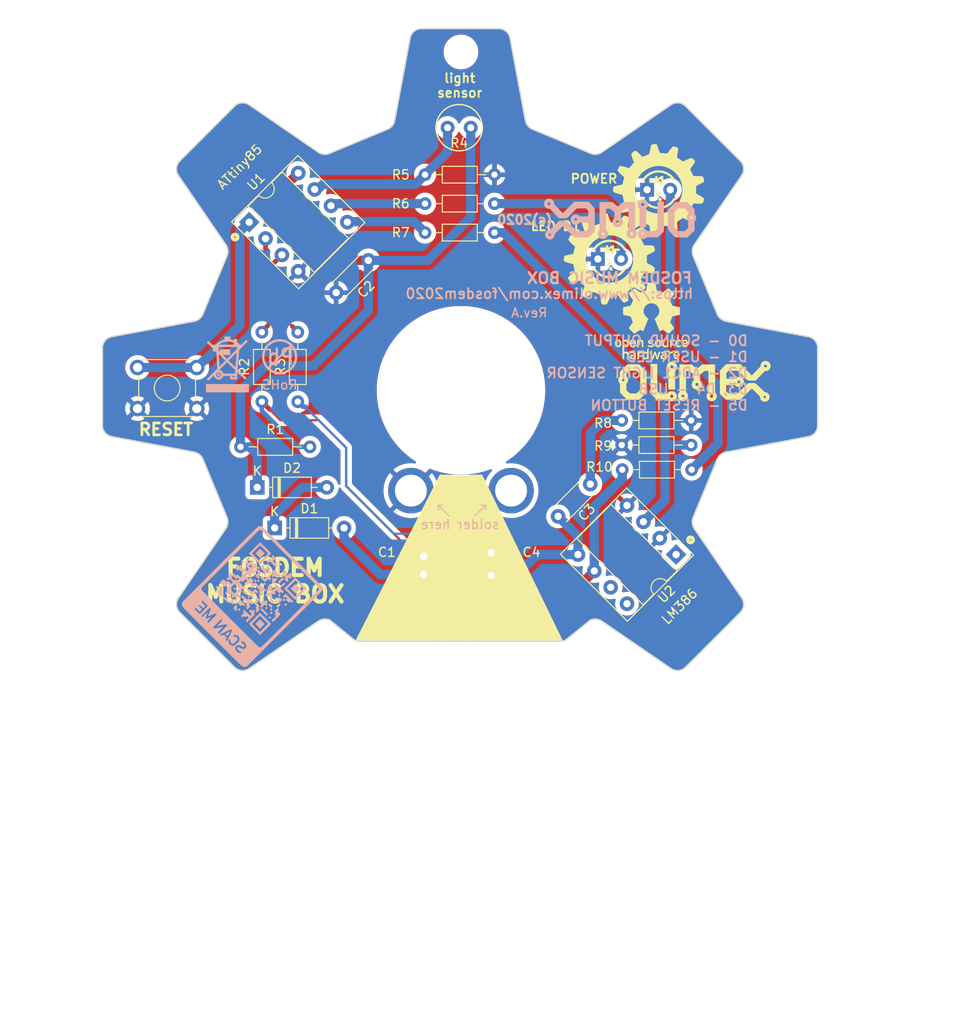
<source format=kicad_pcb>
(kicad_pcb (version 20221018) (generator pcbnew)
  (layers (0 "F.Cu" signal) (31 "B.Cu" signal) (34 "B.Paste" user) (35 "F.Paste" user) (36 "B.SilkS" user "B.Silkscreen") (37 "F.SilkS" user "F.Silkscreen") (38 "B.Mask" user) (39 "F.Mask" user) (44 "Edge.Cuts" user))
  (net 0 "")
  (net 1 "GND")
  (net 2 "Net-(C1-Pad1)")
  (net 3 "Net-(C2-Pad2)")
  (net 4 "Net-(C2-Pad1)")
  (net 5 "Net-(C3-Pad2)")
  (net 6 "Net-(C4-Pad1)")
  (net 7 "Net-(D1-Pad1)")
  (net 8 "Net-(LED1-Pad1)")
  (net 9 "Net-(R1-Pad2)")
  (net 10 "Net-(R2-Pad2)")
  (net 11 "Net-(R3-Pad2)")
  (net 12 "Net-(R3-Pad1)")
  (net 13 "Net-(R4-Pad1)")
  (net 14 "Net-(R5-Pad2)")
  (net 15 "Net-(R7-Pad2)")
  (net 16 "Net-(R7-Pad1)")
  (net 17 "Net-(SW1-Pad2)")
  (net 18 "Net-(U1-Pad8)")
  (net 19 "Net-(U1-Pad7)")
  (net 20 "Net-(U1-Pad1)")
  (net 21 "Net-(LED2-Pad1)")
  (footprint "OLIMEX_LOGOs-FP:LOGO_FOSDEM_10x10" (layer "F.Cu") (at 206.3 55.6)
    (fp_text reference "G***" hide)
    (fp_text value "LOGO" hide)
  )
  (footprint "OLIMEX_LOGOs-FP:LOGO_OPENHARDWARE_100" (layer "F.Cu") (at 193.04 86.6)
    (fp_text reference "G***" hide)
    (fp_text value "LOGO" hide)
  )
  (footprint "OLIMEX_LOGOs-FP:LOGO_OPENHARDWARE_8" (layer "F.Cu") (at 210.9 62.4)
    (fp_text reference "G***" hide)
    (fp_text value "LOGO" hide)
  )
  (footprint "OLIMEX_Cases-FP:LOGO_OPENHARDWARE_100" (layer "F.Cu") (at 189.9 69.6)
    (fp_text reference "G***" hide)
    (fp_text value "LOGO" hide)
    (fp_line (start -39.25 4.25) (end -39.25 -4.25) (stroke (width 0.15)) (layer "Edge.Cuts"))
    (fp_line (start -38.244933 -5.475768) (end -29.18413 -7.168789) (stroke (width 0.15)) (layer "Edge.Cuts"))
    (fp_line (start -38.244933 5.475768) (end -29.183786 7.168857) (stroke (width 0.15)) (layer "Edge.Cuts"))
    (fp_line (start -30.915204 -23.171299) (end -25.7052 -15.566906) (stroke (width 0.15)) (layer "Edge.Cuts"))
    (fp_line (start -30.915204 23.171299) (end -25.705396 15.567197) (stroke (width 0.15)) (layer "Edge.Cuts"))
    (fp_line (start -30.759145 -24.748737) (end -24.748737 -30.759145) (stroke (width 0.15)) (layer "Edge.Cuts"))
    (fp_line (start -28.2 8) (end -25.597265 14.283557) (stroke (width 0.15)) (layer "Edge.Cuts"))
    (fp_line (start -25.597265 -14.283557) (end -28.2 -8) (stroke (width 0.15)) (layer "Edge.Cuts"))
    (fp_line (start -24.748737 30.759145) (end -30.759145 24.748737) (stroke (width 0.15)) (layer "Edge.Cuts"))
    (fp_line (start -23.171299 -30.915204) (end -15.567197 -25.705396) (stroke (width 0.15)) (layer "Edge.Cuts"))
    (fp_line (start -23.171299 30.915204) (end -15.566906 25.7052) (stroke (width 0.15)) (layer "Edge.Cuts"))
    (fp_line (start -14.283557 -25.597265) (end -8 -28.2) (stroke (width 0.15)) (layer "Edge.Cuts"))
    (fp_line (start -11.584022 27.784577) (end -14.283557 25.597265) (stroke (width 0.15)) (layer "Edge.Cuts"))
    (fp_line (start -11 27.9) (end 11 27.9) (stroke (width 0.15)) (layer "Edge.Cuts"))
    (fp_line (start -5.475768 -38.244933) (end -7.168857 -29.183786) (stroke (width 0.15)) (layer "Edge.Cuts"))
    (fp_line (start -4.25 -39.25) (end 4.25 -39.25) (stroke (width 0.15)) (layer "Edge.Cuts"))
    (fp_line (start 5.475768 -38.244933) (end 7.168789 -29.18413) (stroke (width 0.15)) (layer "Edge.Cuts"))
    (fp_line (start 8 -28.2) (end 14.283557 -25.597265) (stroke (width 0.15)) (layer "Edge.Cuts"))
    (fp_line (start 14.283557 25.597265) (end 11.584022 27.784577) (stroke (width 0.15)) (layer "Edge.Cuts"))
    (fp_line (start 23.171299 -30.915204) (end 15.566906 -25.7052) (stroke (width 0.15)) (layer "Edge.Cuts"))
    (fp_line (start 23.171299 30.915204) (end 15.567197 25.705396) (stroke (width 0.15)) (layer "Edge.Cuts"))
    (fp_line (start 24.748737 -30.759145) (end 30.759145 -24.748737) (stroke (width 0.15)) (layer "Edge.Cuts"))
    (fp_line (start 25.597265 -14.283557) (end 28.2 -8) (stroke (width 0.15)) (layer "Edge.Cuts"))
    (fp_line (start 25.597265 14.283557) (end 28.2 8) (stroke (width 0.15)) (layer "Edge.Cuts"))
    (fp_line (start 30.759145 24.748737) (end 24.748737 30.759145) (stroke (width 0.15)) (layer "Edge.Cuts"))
    (fp_line (start 30.915204 -23.171299) (end 25.705396 -15.567197) (stroke (width 0.15)) (layer "Edge.Cuts"))
    (fp_line (start 30.915204 23.171299) (end 25.7052 15.566906) (stroke (width 0.15)) (layer "Edge.Cuts"))
    (fp_line (start 38.244933 -5.475768) (end 29.183786 -7.168857) (stroke (width 0.15)) (layer "Edge.Cuts"))
    (fp_line (start 38.244933 5.475768) (end 29.18413 7.168789) (stroke (width 0.15)) (layer "Edge.Cuts"))
    (fp_line (start 39.25 -4.25) (end 39.25 4.25) (stroke (width 0.15)) (layer "Edge.Cuts"))
    (fp_arc (start -39.25 -4.25) (mid -38.966609 -5.04257) (end -38.244933 -5.475768) (stroke (width 0.15)) (layer "Edge.Cuts"))
    (fp_arc (start -38.244933 5.475768) (mid -38.966609 5.04257) (end -39.25 4.25) (stroke (width 0.15)) (layer "Edge.Cuts"))
    (fp_arc (start -30.915204 -23.171299) (mid -31.119188 -23.987918) (end -30.759145 -24.748737) (stroke (width 0.15)) (layer "Edge.Cuts"))
    (fp_arc (start -30.759145 24.748737) (mid -31.119189 23.987918) (end -30.915204 23.171299) (stroke (width 0.15)) (layer "Edge.Cuts"))
    (fp_arc (start -29.184129 7.168789) (mid -28.584969 7.457596) (end -28.2 8) (stroke (width 0.15)) (layer "Edge.Cuts"))
    (fp_arc (start -28.2 -8) (mid -28.584969 -7.457596) (end -29.18413 -7.168789) (stroke (width 0.15)) (layer "Edge.Cuts"))
    (fp_arc (start -25.705395 -15.567197) (mid -25.485942 -14.939309) (end -25.597265 -14.283557) (stroke (width 0.15)) (layer "Edge.Cuts"))
    (fp_arc (start -25.597265 14.283557) (mid -25.485942 14.939309) (end -25.705396 15.567198) (stroke (width 0.15)) (layer "Edge.Cuts"))
    (fp_arc (start -24.748737 -30.759145) (mid -23.987918 -31.119189) (end -23.171299 -30.915204) (stroke (width 0.15)) (layer "Edge.Cuts"))
    (fp_arc (start -23.171299 30.915204) (mid -23.987918 31.119188) (end -24.748737 30.759145) (stroke (width 0.15)) (layer "Edge.Cuts"))
    (fp_arc (start -15.566906 25.7052) (mid -14.939134 25.485926) (end -14.283557 25.597265) (stroke (width 0.15)) (layer "Edge.Cuts"))
    (fp_arc (start -14.283557 -25.597265) (mid -14.939309 -25.485942) (end -15.567198 -25.705396) (stroke (width 0.15)) (layer "Edge.Cuts"))
    (fp_arc (start -11 27.9) (mid -11.298538 27.875315) (end -11.584022 27.784577) (stroke (width 0.15)) (layer "Edge.Cuts"))
    (fp_arc (start -7.168789 -29.184129) (mid -7.457596 -28.584969) (end -8 -28.2) (stroke (width 0.15)) (layer "Edge.Cuts"))
    (fp_arc (start -5.475768 -38.244933) (mid -5.04257 -38.966609) (end -4.25 -39.25) (stroke (width 0.15)) (layer "Edge.Cuts"))
    (fp_arc (start 4.25 -39.25) (mid 5.04257 -38.966609) (end 5.475768 -38.244933) (stroke (width 0.15)) (layer "Edge.Cuts"))
    (fp_arc (start 8 -28.2) (mid 7.457596 -28.584969) (end 7.168789 -29.18413) (stroke (width 0.15)) (layer "Edge.Cuts"))
    (fp_arc (start 11.584022 27.784577) (mid 11.298538 27.875315) (end 11 27.9) (stroke (width 0.15)) (layer "Edge.Cuts"))
    (fp_arc (start 14.283557 25.597265) (mid 14.939309 25.485942) (end 15.567197 25.705396) (stroke (width 0.15)) (layer "Edge.Cuts"))
    (fp_arc (start 15.567197 -25.705395) (mid 14.939309 -25.485942) (end 14.283557 -25.597265) (stroke (width 0.15)) (layer "Edge.Cuts"))
    (fp_arc (start 23.171299 -30.915204) (mid 23.987918 -31.119188) (end 24.748737 -30.759145) (stroke (width 0.15)) (layer "Edge.Cuts"))
    (fp_arc (start 24.748737 30.759145) (mid 23.987918 31.119189) (end 23.171299 30.915204) (stroke (width 0.15)) (layer "Edge.Cuts"))
    (fp_arc (start 25.597265 -14.283557) (mid 25.485942 -14.939309) (end 25.705396 -15.567198) (stroke (width 0.15)) (layer "Edge.Cuts"))
    (fp_arc (start 25.705395 15.567197) (mid 25.485942 14.939309) (end 25.597265 14.283557) (stroke (width 0.15)) (layer "Edge.Cuts"))
    (fp_arc (start 28.2 8) (mid 28.584969 7.457596) (end 29.18413 7.168789) (stroke (width 0.15)) (layer "Edge.Cuts"))
    (fp_arc (start 29.184129 -7.168789) (mid 28.584969 -7.457596) (end 28.2 -8) (stroke (width 0.15)) (layer "Edge.Cuts"))
    (fp_arc (start 30.759145 -24.748737) (mid 31.119189 -23.987918) (end 30.915204 -23.171299) (stroke (width 0.15)) (layer "Edge.Cuts"))
    (fp_arc (start 30.915204 23.171299) (mid 31.119188 23.987918) (end 30.759145 24.748737) (stroke (width 0.15)) (layer "Edge.Cuts"))
    (fp_arc (start 38.244933 -5.475768) (mid 38.966609 -5.04257) (end 39.25 -4.25) (stroke (width 0.15)) (layer "Edge.Cuts"))
    (fp_arc (start 39.25 4.25) (mid 38.966609 5.04257) (end 38.244933 5.475768) (stroke (width 0.15)) (layer "Edge.Cuts"))
  )
  (footprint "OLIMEX_LOGOs-FP:OLIMEX_LOGO_TB" (layer "F.Cu") (at 215.8 69)
    (fp_text reference "" hide)
    (fp_text value "" hide)
  )
  (footprint "Capacitor_THT:CP_Radial_D5.0mm_P2.00mm" (layer "F.Cu") (at 185.9 90.2 90)
    (fp_text reference "C1" (at 2.443 -4.036) (layer "F.SilkS"))
    (fp_text value "10uF")
    (pad "1" thru_hole circle (at 0 0 90) (size 1.6 1.6) (drill 0.8) (layers "*.Cu" "*.Mask") (net 2 "Net-(C1-Pad1)"))
    (pad "2" thru_hole rect (at 2 0 90) (size 1.6 1.6) (drill 0.8) (layers "*.Cu" "*.Mask") (net 1 "GND"))
  )
  (footprint "Capacitor_THT:C_Disc_D4.3mm_W1.9mm_P5.00mm" (layer "F.Cu") (at 179.832 55.753 -135)
    (fp_text reference "C2" (at 2.424669 -2.065459 45) (layer "F.SilkS"))
    (fp_text value "100 nF")
    (pad "1" thru_hole circle (at 0 0 225) (size 1.6 1.6) (drill 0.8) (layers "*.Cu" "*.Mask") (net 6 "Net-(C4-Pad1)"))
    (pad "2" thru_hole circle (at 5 0 225) (size 1.6 1.6) (drill 0.8) (layers "*.Cu" "*.Mask") (net 1 "GND"))
  )
  (footprint "Diode_THT:D_DO-35_SOD27_P7.62mm_Horizontal" (layer "F.Cu") (at 169.545 85.09)
    (fp_text reference "D1" (at 3.81 -2.12) (layer "F.SilkS"))
    (fp_text value "1N4148")
    (fp_text user "K" (at 0 -1.8) (layer "F.SilkS"))
    (pad "1" thru_hole rect (at 0 0) (size 1.6 1.6) (drill 0.8) (layers "*.Cu" "*.Mask") (net 7 "Net-(D1-Pad1)"))
    (pad "2" thru_hole oval (at 7.62 0) (size 1.6 1.6) (drill 0.8) (layers "*.Cu" "*.Mask") (net 2 "Net-(C1-Pad1)"))
  )
  (footprint "Diode_THT:D_DO-35_SOD27_P7.62mm_Horizontal" (layer "F.Cu") (at 167.64 80.645)
    (fp_text reference "D2" (at 3.81 -2.12) (layer "F.SilkS"))
    (fp_text value "1N4148")
    (fp_text user "K" (at 0 -1.8) (layer "F.SilkS"))
    (pad "1" thru_hole rect (at 0 0) (size 1.6 1.6) (drill 0.8) (layers "*.Cu" "*.Mask") (net 6 "Net-(C4-Pad1)"))
    (pad "2" thru_hole oval (at 7.62 0) (size 1.6 1.6) (drill 0.8) (layers "*.Cu" "*.Mask") (net 7 "Net-(D1-Pad1)"))
  )
  (footprint "OLIMEX_LEDs-FP:LED-3mm-PTH-KA" (layer "F.Cu") (at 206.3 55.6)
    (fp_text reference "LED1" hide)
    (fp_text value "LED_AK")
    (pad "1" thru_hole circle (at 1.27 0) (size 1.524 1.524) (drill 0.8) (layers "*.Cu" "*.Mask") (net 8 "Net-(LED1-Pad1)"))
    (pad "2" thru_hole rect (at -1.27 0) (size 1.524 1.524) (drill 0.8) (layers "*.Cu" "*.Mask") (net 1 "GND"))
  )
  (footprint "Resistor_THT:R_Axial_DIN0204_L3.6mm_D1.6mm_P7.62mm_Horizontal" (layer "F.Cu") (at 168.148 71.247 90)
    (fp_text reference "R2" (at 3.81 -1.92 90) (layer "F.SilkS"))
    (fp_text value "22R")
    (pad "1" thru_hole circle (at 0 0 90) (size 1.4 1.4) (drill 0.7) (layers "*.Cu" "*.Mask") (net 9 "Net-(R1-Pad2)"))
    (pad "2" thru_hole oval (at 7.62 0 90) (size 1.4 1.4) (drill 0.7) (layers "*.Cu" "*.Mask") (net 10 "Net-(R2-Pad2)"))
  )
  (footprint "Resistor_THT:R_Axial_DIN0204_L3.6mm_D1.6mm_P7.62mm_Horizontal" (layer "F.Cu") (at 172.085 71.247 90)
    (fp_text reference "R3" (at 3.81 -1.905 90) (layer "F.SilkS"))
    (fp_text value "22R")
    (pad "1" thru_hole circle (at 0 0 90) (size 1.4 1.4) (drill 0.7) (layers "*.Cu" "*.Mask") (net 12 "Net-(R3-Pad1)"))
    (pad "2" thru_hole oval (at 7.62 0 90) (size 1.4 1.4) (drill 0.7) (layers "*.Cu" "*.Mask") (net 11 "Net-(R3-Pad2)"))
  )
  (footprint "Resistor_THT:R_Axial_DIN0204_L3.6mm_D1.6mm_P7.62mm_Horizontal" (layer "F.Cu") (at 186.055 46.355)
    (fp_text reference "R5" (at -2.667 0) (layer "F.SilkS"))
    (fp_text value "10K")
    (pad "1" thru_hole circle (at 0 0) (size 1.4 1.4) (drill 0.7) (layers "*.Cu" "*.Mask") (net 14 "Net-(R5-Pad2)"))
    (pad "2" thru_hole oval (at 7.62 0) (size 1.4 1.4) (drill 0.7) (layers "*.Cu" "*.Mask") (net 1 "GND"))
  )
  (footprint "Resistor_THT:R_Axial_DIN0204_L3.6mm_D1.6mm_P7.62mm_Horizontal" (layer "F.Cu") (at 193.675 52.705 180)
    (fp_text reference "R7" (at 10.287 0) (layer "F.SilkS"))
    (fp_text value "1.5K")
    (pad "1" thru_hole circle (at 0 0 180) (size 1.4 1.4) (drill 0.7) (layers "*.Cu" "*.Mask") (net 16 "Net-(R7-Pad1)"))
    (pad "2" thru_hole oval (at 7.62 0 180) (size 1.4 1.4) (drill 0.7) (layers "*.Cu" "*.Mask") (net 15 "Net-(R7-Pad2)"))
  )
  (footprint "Resistor_THT:R_Axial_DIN0204_L3.6mm_D1.6mm_P7.62mm_Horizontal" (layer "F.Cu") (at 207.645 76)
    (fp_text reference "R9" (at -2.045 0.1) (layer "F.SilkS"))
    (fp_text value "10K")
    (pad "1" thru_hole circle (at 0 0) (size 1.4 1.4) (drill 0.7) (layers "*.Cu" "*.Mask") (net 1 "GND"))
    (pad "2" thru_hole oval (at 7.62 0) (size 1.4 1.4) (drill 0.7) (layers "*.Cu" "*.Mask") (net 16 "Net-(R7-Pad1)"))
  )
  (footprint "Resistor_THT:R_Axial_DIN0204_L3.6mm_D1.6mm_P7.62mm_Horizontal" (layer "F.Cu") (at 207.645 73.3)
    (fp_text reference "R8" (at -2.045 0.3) (layer "F.SilkS"))
    (fp_text value "22R")
    (pad "1" thru_hole circle (at 0 0) (size 1.4 1.4) (drill 0.7) (layers "*.Cu" "*.Mask") (net 3 "Net-(C2-Pad2)"))
    (pad "2" thru_hole oval (at 7.62 0) (size 1.4 1.4) (drill 0.7) (layers "*.Cu" "*.Mask") (net 1 "GND"))
  )
  (footprint "OLIMEX_Devices-FP:SPEAKER_28mm" (layer "F.Cu") (at 190 70)
    (fp_text reference "SPK1" (at 0 6.3 unlocked) (layer "F.SilkS"))
    (fp_text value "8R")
    (pad "" np_thru_hole circle (at 0 0) (size 18 18) (drill 18) (layers "*.Cu" "*.Mask"))
    (pad "1" thru_hole circle (at 5.5 11) (size 5 5) (drill 3.5) (layers "*.Cu" "*.Mask") (net 5 "Net-(C3-Pad2)"))
    (pad "2" thru_hole circle (at -5.5 11) (size 5 5) (drill 3.5) (layers "*.Cu" "*.Mask") (net 1 "GND"))
  )
  (footprint "Button_Switch_THT:SW_TH_Tactile_Omron_B3F-10xx" (layer "F.Cu") (at 154.5 67.5)
    (fp_text reference "SW1" hide)
    (fp_text value "T1101GP(6x3x4.3MM)")
    (pad "1" thru_hole circle (at 0 4.5) (size 1.7 1.7) (drill 1) (layers "*.Cu" "*.Mask") (net 1 "GND"))
    (pad "1" thru_hole circle (at 6.5 4.5) (size 1.7 1.7) (drill 1) (layers "*.Cu" "*.Mask") (net 1 "GND"))
    (pad "2" thru_hole circle (at 0 0) (size 1.7 1.7) (drill 1) (layers "*.Cu" "*.Mask") (net 17 "Net-(SW1-Pad2)"))
    (pad "2" thru_hole circle (at 6.5 0) (size 1.7 1.7) (drill 1) (layers "*.Cu" "*.Mask") (net 17 "Net-(SW1-Pad2)"))
  )
  (footprint "OLIMEX_Connectors-FP:USB-B-EDGE" (layer "F.Cu") (at 189.4 97.5)
    (fp_text reference "USB1" (at 0 -6.35) (layer "F.SilkS"))
    (fp_text value "USB_B")
    (pad "0" smd rect (at -6.35 -2.54) (size 3 5.08) (layers "B.Cu" "B.Mask") (net 1 "GND"))
    (pad "0" smd rect (at 6.35 -2.54) (size 3 5.08) (layers "B.Cu" "B.Mask") (net 1 "GND"))
    (pad "1" smd rect (at 1.27 -1.905) (size 1.524 3.81) (layers "F.Cu" "F.Paste" "F.Mask") (net 2 "Net-(C1-Pad1)"))
    (pad "2" smd rect (at -1.27 -1.905) (size 1.524 3.81) (layers "F.Cu" "F.Paste" "F.Mask") (net 9 "Net-(R1-Pad2)"))
    (pad "3" smd rect (at -1.27 -1.905) (size 1.524 3.81) (layers "B.Cu" "B.Mask") (net 12 "Net-(R3-Pad1)"))
    (pad "4" smd rect (at 1.27 -1.905) (size 1.524 3.81) (layers "B.Cu" "F.Paste" "B.Mask") (net 1 "GND"))
  )
  (footprint "Capacitor_THT:CP_Radial_D6.3mm_P2.50mm" (layer "F.Cu") (at 193.3 90.3 90)
    (fp_text reference "C4" (at 1.25 -4.4 90) (layer "F.SilkS"))
    (fp_text value "220uF_16V")
    (fp_text user "${REFERENCE}" (at 2.543 4.439) (layer "F.SilkS"))
    (pad "1" thru_hole circle (at 0 0 90) (size 1.6 1.6) (drill 0.8) (layers "*.Cu" "*.Mask") (net 4 "Net-(C2-Pad1)"))
    (pad "2" thru_hole rect (at 2.5 0 90) (size 1.6 1.6) (drill 0.8) (layers "*.Cu" "*.Mask") (net 5 "Net-(C3-Pad2)"))
  )
  (footprint "OLIMEX_RLC-FP:R_PHOTO" (layer "F.Cu") (at 189.8 41.2 180)
    (fp_text reference "R4" (at 0 -1.7) (layer "F.SilkS"))
    (fp_text value "SNS-LDR5MM" hide)
    (pad "1" thru_hole circle (at -1.27 0 180) (size 1.524 1.524) (drill 0.762) (layers "*.Cu" "*.Mask") (net 6 "Net-(C4-Pad1)"))
    (pad "2" thru_hole circle (at 1.27 0 180) (size 1.524 1.524) (drill 0.762) (layers "*.Cu" "*.Mask") (net 14 "Net-(R5-Pad2)"))
  )
  (footprint "OLIMEX_Other-FP:NPTH_2.7mm" (layer "F.Cu") (at 190 32.9)
    (fp_text reference "MountingHole" hide)
    (fp_text value "NPTH_2.7mm" hide)
    (pad "" np_thru_hole circle (at 0 0) (size 2.7 2.7) (drill 2.7) (layers "*.Cu" "*.Mask") (clearance 0.5588))
  )
  (footprint "Resistor_THT:R_Axial_DIN0204_L3.6mm_D1.6mm_P7.62mm_Horizontal" (layer "F.Cu") (at 186.055 49.53)
    (fp_text reference "R6" (at -2.667 0) (layer "F.SilkS"))
    (fp_text value "1.5K")
    (pad "1" thru_hole circle (at 0 0) (size 1.4 1.4) (drill 0.7) (layers "*.Cu" "*.Mask") (net 13 "Net-(R4-Pad1)"))
    (pad "2" thru_hole oval (at 7.62 0) (size 1.4 1.4) (drill 0.7) (layers "*.Cu" "*.Mask") (net 8 "Net-(LED1-Pad1)"))
  )
  (footprint "Resistor_THT:R_Axial_DIN0204_L3.6mm_D1.6mm_P7.62mm_Horizontal" (layer "F.Cu") (at 165.8 76.2)
    (fp_text reference "R1" (at 3.81 -1.92) (layer "F.SilkS"))
    (fp_text value "1.5K")
    (pad "1" thru_hole circle (at 0 0) (size 1.4 1.4) (drill 0.7) (layers "*.Cu" "*.Mask") (net 6 "Net-(C4-Pad1)"))
    (pad "2" thru_hole oval (at 7.62 0) (size 1.4 1.4) (drill 0.7) (layers "*.Cu" "*.Mask") (net 9 "Net-(R1-Pad2)"))
  )
  (footprint "Capacitor_THT:C_Disc_D4.3mm_W1.9mm_P5.00mm" (layer "F.Cu") (at 200.66 83.82 45)
    (fp_text reference "C3" (at 2.5173 1.92333 45) (layer "F.SilkS"))
    (fp_text value "100nF")
    (pad "1" thru_hole circle (at 0 0 45) (size 1.6 1.6) (drill 0.8) (layers "*.Cu" "*.Mask") (net 4 "Net-(C2-Pad1)"))
    (pad "2" thru_hole circle (at 5 0 45) (size 1.6 1.6) (drill 0.8) (layers "*.Cu" "*.Mask") (net 3 "Net-(C2-Pad2)"))
  )
  (footprint "Package_DIP:DIP-8_W7.62mm_Socket" (layer "F.Cu") (at 213.614 88.011 -135)
    (fp_text reference "U2" (at 3.81 -2.33 45) (layer "F.SilkS"))
    (fp_text value "LM386N")
    (pad "1" thru_hole rect (at 0 0 225) (size 1.6 1.6) (drill 0.8) (layers "*.Cu" "*.Mask") (net 20 "Net-(U1-Pad1)"))
    (pad "2" thru_hole oval (at 0 2.54 225) (size 1.6 1.6) (drill 0.8) (layers "*.Cu" "*.Mask") (net 1 "GND"))
    (pad "3" thru_hole oval (at 0 5.08 225) (size 1.6 1.6) (drill 0.8) (layers "*.Cu" "*.Mask") (net 16 "Net-(R7-Pad1)"))
    (pad "4" thru_hole oval (at 0 7.62 225) (size 1.6 1.6) (drill 0.8) (layers "*.Cu" "*.Mask") (net 1 "GND"))
    (pad "5" thru_hole oval (at 7.62 7.62 225) (size 1.6 1.6) (drill 0.8) (layers "*.Cu" "*.Mask") (net 4 "Net-(C2-Pad1)"))
    (pad "6" thru_hole oval (at 7.62 5.08 225) (size 1.6 1.6) (drill 0.8) (layers "*.Cu" "*.Mask") (net 2 "Net-(C1-Pad1)"))
    (pad "7" thru_hole oval (at 7.62 2.54 225) (size 1.6 1.6) (drill 0.8) (layers "*.Cu" "*.Mask") (net 19 "Net-(U1-Pad7)"))
    (pad "8" thru_hole oval (at 7.62 0 225) (size 1.6 1.6) (drill 0.8) (layers "*.Cu" "*.Mask") (net 18 "Net-(U1-Pad8)"))
  )
  (footprint "OLIMEX_LOGOs-FP:LOGO_FOSDEM_10x10" (layer "F.Cu") (at 211.7 48)
    (fp_text reference "G***" hide)
    (fp_text value "LOGO" hide)
  )
  (footprint "Package_DIP:DIP-8_W7.62mm_Socket" (layer "F.Cu") (at 166.751 51.562 45)
    (fp_text reference "U1" (at 3.681905 -2.604274 45) (layer "F.SilkS"))
    (fp_text value "ATTINY85-20PU")
    (pad "1" thru_hole rect (at 0 0 45) (size 1.6 1.6) (drill 0.8) (layers "*.Cu" "*.Mask") (net 17 "Net-(SW1-Pad2)"))
    (pad "2" thru_hole oval (at 0 2.54 45) (size 1.6 1.6) (drill 0.8) (layers "*.Cu" "*.Mask") (net 10 "Net-(R2-Pad2)"))
    (pad "3" thru_hole oval (at 0 5.08 45) (size 1.6 1.6) (drill 0.8) (layers "*.Cu" "*.Mask") (net 11 "Net-(R3-Pad2)"))
    (pad "4" thru_hole oval (at 0 7.62 45) (size 1.6 1.6) (drill 0.8) (layers "*.Cu" "*.Mask") (net 1 "GND"))
    (pad "5" thru_hole oval (at 7.62 7.62 45) (size 1.6 1.6) (drill 0.8) (layers "*.Cu" "*.Mask") (net 15 "Net-(R7-Pad2)"))
    (pad "6" thru_hole oval (at 7.62 5.08 45) (size 1.6 1.6) (drill 0.8) (layers "*.Cu" "*.Mask") (net 13 "Net-(R4-Pad1)"))
    (pad "7" thru_hole oval (at 7.62 2.54 45) (size 1.6 1.6) (drill 0.8) (layers "*.Cu" "*.Mask") (net 14 "Net-(R5-Pad2)"))
    (pad "8" thru_hole oval (at 7.62 0 45) (size 1.6 1.6) (drill 0.8) (layers "*.Cu" "*.Mask") (net 6 "Net-(C4-Pad1)"))
  )
  (footprint "OLIMEX_LEDs-FP:LED-3mm-PTH-KA" (layer "F.Cu") (at 211.7 48)
    (fp_text reference "LED2" hide)
    (fp_text value "LED_AK")
    (pad "1" thru_hole circle (at 1.27 0) (size 1.524 1.524) (drill 0.8) (layers "*.Cu" "*.Mask") (net 21 "Net-(LED2-Pad1)"))
    (pad "2" thru_hole rect (at -1.27 0) (size 1.524 1.524) (drill 0.8) (layers "*.Cu" "*.Mask") (net 1 "GND"))
  )
  (footprint "Resistor_THT:R_Axial_DIN0204_L3.6mm_D1.6mm_P7.62mm_Horizontal" (layer "F.Cu") (at 207.7 78.7)
    (fp_text reference "R10" (at -2.5 -0.3) (layer "F.SilkS"))
    (fp_text value "1.5K")
    (pad "1" thru_hole circle (at 0 0) (size 1.4 1.4) (drill 0.7) (layers "*.Cu" "*.Mask") (net 2 "Net-(C1-Pad1)"))
    (pad "2" thru_hole oval (at 7.62 0) (size 1.4 1.4) (drill 0.7) (layers "*.Cu" "*.Mask") (net 21 "Net-(LED2-Pad1)"))
  )
  (footprint "OLIMEX_LOGOs-FP:OLIMEX_LOGO_TB" (layer "B.Cu") (at 207.3 51.2 180)
    (fp_text reference "" hide)
    (fp_text value "" hide)
  )
  (footprint "OLIMEX_LOGOs-FP:qrcode_fosdem10" (layer "B.Cu") (at 167.1 92.6 135)
    (fp_text reference "G***" hide)
    (fp_text value "LOGO" hide)
  )
  (footprint "OLIMEX_LOGOs-FP:LOGO_RECYCLEBIN_1" (layer "B.Cu") (at 166.7 70.2 180)
    (fp_text reference "" hide)
    (fp_text value "" hide)
  )
  (footprint "OLIMEX_LOGOs-FP:LOGO_PBFREE" (layer "B.Cu") (at 170.3 66)
    (fp_text reference "")
    (fp_text value "")
    (fp_text user "Pb" (at -0.08636 0.33528) (layer "B.SilkS") (effects (font (size 1.7 1.5) (thickness 0.254)) (justify mirror)))
  )
  (gr_line (start 187.500001 82.6) (end 187.5 83.1) (stroke (width 0.12)) (layer "B.SilkS"))
  (gr_line (start 187.500001 82.6) (end 188 82.6) (stroke (width 0.12)) (layer "B.SilkS"))
  (gr_line (start 187.500001 82.6) (end 188.7 83.8) (stroke (width 0.12)) (layer "B.SilkS"))
  (gr_line (start 192.7 82.6) (end 191.5 83.8) (stroke (width 0.12)) (layer "B.SilkS"))
  (gr_line (start 192.7 82.6) (end 192.7 83.1) (stroke (width 0.12)) (layer "B.SilkS"))
  (gr_line (start 192.7 82.6) (end 192.2 82.6) (stroke (width 0.12)) (layer "B.SilkS"))
  (gr_circle (center 165.2 53.2) (end 165.482843 53.2) (stroke (width 0.4)) (fill none) (layer "F.SilkS"))
  (gr_poly (pts (xy 201.1 97.4) (xy 178.5 97.4) (xy 187.7 79.3) (xy 192.3 79.3)) (stroke (width 0.1)) (fill solid) (layer "F.SilkS"))
  (gr_circle (center 215.2 86.4) (end 215.482843 86.4) (stroke (width 0.4)) (fill none) (layer "F.SilkS"))
  (gr_text "(c)2020" (at 197 51.3) (layer "B.SilkS") (effects (font (size 1 1) (thickness 0.25)) (justify mirror)))
  (gr_text "D0 - SOUND OUTPUT\nD1 - USER LED\nD2 - ADC1 LIGHT SENSOR\nD3, D4 - USB\nD5 - RESET BUTTON" (at 221.6 68.1) (layer "B.SilkS") (effects (font (size 1.1 1.1) (thickness 0.2)) (justify left mirror)))
  (gr_text "https://www.olimex.com/fosdem2020" (at 199.7 59.4) (layer "B.SilkS") (effects (font (size 1.1 1.1) (thickness 0.2)) (justify mirror)))
  (gr_text "RoHS" (at 170.1 69.4) (layer "B.SilkS") (effects (font (size 1 1)) (justify mirror)))
  (gr_text "solder here" (at 189.9 84.7) (layer "B.SilkS") (effects (font (size 1 1)) (justify mirror)))
  (gr_text "Rev.A" (at 197.5 61.5) (layer "B.SilkS") (effects (font (size 1 1)) (justify mirror)))
  (gr_text "FOSDEM MUSIC BOX" (at 206.3 57.7) (layer "B.SilkS") (effects (font (size 1.2 1.2) (thickness 0.25)) (justify mirror)))
  (gr_text "LED D1" (at 200.4 52) (layer "F.SilkS") (effects (font (size 1 1) (thickness 0.2))))
  (gr_text "POWER" (at 204.6 46.8) (layer "F.SilkS") (effects (font (size 1 1) (thickness 0.2))))
  (gr_text "RESET" (at 157.607 74.295) (layer "F.SilkS") (effects (font (size 1.3 1.3) (thickness 0.3))))
  (gr_text "ATtiny85" (at 165.7 45.5 45) (layer "F.SilkS") (effects (font (size 1 1))))
  (gr_text "light\nsensor" (at 189.865 36.576) (layer "F.SilkS") (effects (font (size 1 1) (thickness 0.2))))
  (gr_text "FOSDEM\nMUSIC BOX" (at 169.6 90.9) (layer "F.SilkS") (effects (font (size 1.8 1.8) (thickness 0.45))))
  (gr_text "LM386" (at 214 93.7 45) (layer "F.SilkS") (effects (font (size 1 1))))
  (segment (start 202.068795 92.372) (end 204.633744 89.807051) (width 1.016) (layer "F.Cu") (net 2))
  (segment (start 190.67 92.372) (end 202.068795 92.372) (width 1.016) (layer "F.Cu") (net 2))
  (segment (start 190.67 95.595) (end 190.67 92.372) (width 1.016) (layer "F.Cu") (net 2))
  (segment (start 188.498 90.2) (end 185.9 90.2) (width 1.016) (layer "F.Cu") (net 2))
  (segment (start 190.67 92.372) (end 188.498 90.2) (width 1.016) (layer "F.Cu") (net 2))
  (segment (start 177.165 85.09) (end 177.165 86.22137) (width 1.016) (layer "B.Cu") (net 2))
  (segment (start 177.165 86.22137) (end 181.14363 90.2) (width 1.016) (layer "B.Cu") (net 2))
  (segment (start 207.7 79.689949) (end 204.633744 82.756205) (width 1.016) (layer "B.Cu") (net 2))
  (segment (start 207.7 78.7) (end 207.7 79.689949) (width 1.016) (layer "B.Cu") (net 2))
  (segment (start 181.14363 90.2) (end 184.084 90.2) (width 1.016) (layer "B.Cu") (net 2))
  (segment (start 204.633744 88.675681) (end 204.633744 89.807051) (width 1.016) (layer "B.Cu") (net 2))
  (segment (start 184.084 90.2) (end 185.9 90.2) (width 1.016) (layer "B.Cu") (net 2))
  (segment (start 204.633744 82.756205) (end 204.633744 88.675681) (width 1.016) (layer "B.Cu") (net 2))
  (segment (start 204.216 74.684) (end 205.6 73.3) (width 1.016) (layer "B.Cu") (net 3))
  (segment (start 204.195534 80.284466) (end 204.195534 79.153096) (width 1.016) (layer "B.Cu") (net 3))
  (segment (start 205.6 73.3) (end 207.645 73.3) (width 1.016) (layer "B.Cu") (net 3))
  (segment (start 204.216 79.13263) (end 204.216 74.684) (width 1.016) (layer "B.Cu") (net 3))
  (segment (start 204.195534 79.153096) (end 204.216 79.13263) (width 1.016) (layer "B.Cu") (net 3))
  (segment (start 200.66 83.82) (end 202.837693 85.997693) (width 1.016) (layer "B.Cu") (net 4))
  (segment (start 202.837693 85.997693) (end 202.837693 88.011) (width 1.016) (layer "B.Cu") (net 4))
  (segment (start 198.374 88.011) (end 202.837693 88.011) (width 1.016) (layer "B.Cu") (net 4))
  (segment (start 196.085 90.3) (end 198.374 88.011) (width 1.016) (layer "B.Cu") (net 4))
  (segment (start 193.3 90.3) (end 196.085 90.3) (width 1.016) (layer "B.Cu") (net 4))
  (segment (start 195.3 81) (end 195.5 81) (width 1.016) (layer "B.Cu") (net 5))
  (segment (start 193.3 83) (end 195.3 81) (width 1.016) (layer "B.Cu") (net 5))
  (segment (start 193.3 87.8) (end 193.3 83) (width 1.016) (layer "B.Cu") (net 5))
  (segment (start 171.196 47.117) (end 171.196 49.403) (width 1.016) (layer "F.Cu") (net 6))
  (segment (start 171.196 49.403) (end 177.546 55.753) (width 1.016) (layer "F.Cu") (net 6))
  (segment (start 177.546 55.753) (end 179.832 55.753) (width 1.016) (layer "F.Cu") (net 6))
  (segment (start 172.139154 46.173846) (end 171.196 47.117) (width 1.016) (layer "F.Cu") (net 6))
  (segment (start 173.79 67.31) (end 168.546 67.31) (width 1.016) (layer "B.Cu") (net 6))
  (segment (start 191.07 41.2) (end 191.07 51.03) (width 1.016) (layer "B.Cu") (net 6))
  (segment (start 165.8 76.2) (end 166.789949 76.2) (width 1.016) (layer "B.Cu") (net 6))
  (segment (start 186.347 55.753) (end 179.832 55.753) (width 1.016) (layer "B.Cu") (net 6))
  (segment (start 165.8 70.042) (end 165.8 76.2) (width 1.016) (layer "B.Cu") (net 6))
  (segment (start 168.546 67.31) (end 165.807 70.049) (width 1.016) (layer "B.Cu") (net 6))
  (segment (start 179.832 55.753) (end 179.832 61.268) (width 1.016) (layer "B.Cu") (net 6))
  (segment (start 167.64 77.050051) (end 167.64 77.47) (width 1.016) (layer "B.Cu") (net 6))
  (segment (start 167.64 80.645) (end 167.64 77.47) (width 1.016) (layer "B.Cu") (net 6))
  (segment (start 191.07 51.03) (end 186.347 55.753) (width 1.016) (layer "B.Cu") (net 6))
  (segment (start 166.789949 76.2) (end 167.64 77.050051) (width 1.016) (layer "B.Cu") (net 6))
  (segment (start 165.807 70.049) (end 165.8 70.042) (width 1.016) (layer "B.Cu") (net 6))
  (segment (start 179.832 61.268) (end 173.79 67.31) (width 1.016) (layer "B.Cu") (net 6))
  (segment (start 169.545 83.693) (end 172.593 80.645) (width 1.016) (layer "B.Cu") (net 7))
  (segment (start 172.593 80.645) (end 175.26 80.645) (width 1.016) (layer "B.Cu") (net 7))
  (segment (start 169.545 85.09) (end 169.545 83.693) (width 1.016) (layer "B.Cu") (net 7))
  (segment (start 205.83 49.53) (end 207.57 51.27) (width 1.016) (layer "B.Cu") (net 8))
  (segment (start 207.57 51.27) (end 207.57 55.6) (width 1.016) (layer "B.Cu") (net 8))
  (segment (start 193.675 49.53) (end 205.83 49.53) (width 1.016) (layer "B.Cu") (net 8))
  (segment (start 188.13 92.674) (end 187.785 92.329) (width 1.016) (layer "F.Cu") (net 9))
  (segment (start 168.847999 71.946999) (end 168.847999 71.947999) (width 0.508) (layer "F.Cu") (net 9))
  (segment (start 174.379 73.279) (end 170.18 73.279) (width 0.25) (layer "F.Cu") (net 9))
  (segment (start 187.785 92.329) (end 187.198 92.329) (width 1.016) (layer "F.Cu") (net 9))
  (segment (start 183.515 91.186) (end 183.515 86.614) (width 0.25) (layer "F.Cu") (net 9))
  (segment (start 177.4 76.3) (end 174.379 73.279) (width 0.25) (layer "F.Cu") (net 9))
  (segment (start 168.847999 71.947999) (end 169 72.1) (width 0.508) (layer "F.Cu") (net 9))
  (segment (start 177.4 80.499) (end 177.4 76.3) (width 0.25) (layer "F.Cu") (net 9))
  (segment (start 170.18 73.279) (end 169 72.1) (width 0.25) (layer "F.Cu") (net 9))
  (segment (start 183.515 86.614) (end 177.4 80.499) (width 0.25) (layer "F.Cu") (net 9))
  (segment (start 188.13 95.595) (end 188.13 92.674) (width 1.016) (layer "F.Cu") (net 9))
  (segment (start 187.198 92.329) (end 184.658 92.329) (width 0.25) (layer "F.Cu") (net 9))
  (segment (start 184.658 92.329) (end 183.515 91.186) (width 0.25) (layer "F.Cu") (net 9))
  (segment (start 168.148 71.247) (end 168.847999 71.946999) (width 0.508) (layer "F.Cu") (net 9))
  (segment (start 168.148 72.248) (end 172.1 76.2) (width 0.508) (layer "B.Cu") (net 9))
  (segment (start 168.148 71.247) (end 168.148 72.248) (width 0.508) (layer "B.Cu") (net 9))
  (segment (start 172.1 76.2) (end 173.42 76.2) (width 0.508) (layer "B.Cu") (net 9))
  (segment (start 168.148 63.552) (end 168.8 62.9) (width 0.508) (layer "F.Cu") (net 10))
  (segment (start 168.148 63.627) (end 168.148 63.552) (width 0.508) (layer "F.Cu") (net 10))
  (segment (start 168.547051 54.489421) (end 168.8 54.74237) (width 0.508) (layer "F.Cu") (net 10))
  (segment (start 168.8 62.975) (end 168.8 62.9) (width 0.25) (layer "F.Cu") (net 10))
  (segment (start 168.547051 53.358051) (end 168.547051 54.489421) (width 0.508) (layer "F.Cu") (net 10))
  (segment (start 168.8 54.8) (end 168.8 62.975) (width 0.25) (layer "F.Cu") (net 10))
  (segment (start 168.8 54.74237) (end 168.8 54.8) (width 0.508) (layer "F.Cu") (net 10))
  (segment (start 169.3 60.842) (end 171.5 63) (width 0.25) (layer "F.Cu") (net 11))
  (segment (start 172.085 63.627) (end 172.085 63.585) (width 0.508) (layer "F.Cu") (net 11))
  (segment (start 169.5 56) (end 169.3 56.197204) (width 0.25) (layer "F.Cu") (net 11))
  (segment (start 169.3 56.197204) (end 169.3 60.842) (width 0.25) (layer "F.Cu") (net 11))
  (segment (start 170.343102 55.154102) (end 169.5 55.997204) (width 0.508) (layer "F.Cu") (net 11))
  (segment (start 169.5 55.997204) (end 169.5 56) (width 0.508) (layer "F.Cu") (net 11))
  (segment (start 172.085 63.585) (end 171.5 63) (width 0.508) (layer "F.Cu") (net 11))
  (segment (start 172.622999 71.784999) (end 172.884999 71.784999) (width 0.508) (layer "B.Cu") (net 12))
  (segment (start 188.087 92.631) (end 188.087 90.297) (width 1.016) (layer "B.Cu") (net 12))
  (segment (start 188.13 95.595) (end 188.13 92.674) (width 1.016) (layer "B.Cu") (net 12))
  (segment (start 177.4 80.499) (end 177.4 76.3) (width 0.25) (layer "B.Cu") (net 12))
  (segment (start 172.884999 71.784999) (end 173 71.9) (width 0.508) (layer "B.Cu") (net 12))
  (segment (start 172.085 71.247) (end 172.622999 71.784999) (width 0.508) (layer "B.Cu") (net 12))
  (segment (start 187.325 85.725) (end 182.626 85.725) (width 0.25) (layer "B.Cu") (net 12))
  (segment (start 182.626 85.725) (end 177.4 80.499) (width 0.25) (layer "B.Cu") (net 12))
  (segment (start 177.4 76.3) (end 173 71.9) (width 0.25) (layer "B.Cu") (net 12))
  (segment (start 188.087 90.297) (end 188.087 86.487) (width 0.25) (layer "B.Cu") (net 12))
  (segment (start 188.087 86.487) (end 187.325 85.725) (width 0.25) (layer "B.Cu") (net 12))
  (segment (start 188.13 92.674) (end 188.087 92.631) (width 1.016) (layer "B.Cu") (net 12))
  (segment (start 175.967205 49.53) (end 175.731256 49.765949) (width 1.016) (layer "B.Cu") (net 13))
  (segment (start 186.055 49.53) (end 175.967205 49.53) (width 1.016) (layer "B.Cu") (net 13))
  (segment (start 188.53 41.2) (end 188.53 43.87) (width 1.016) (layer "B.Cu") (net 14))
  (segment (start 185.01 47.4) (end 186.055 46.355) (width 1.016) (layer "B.Cu") (net 14))
  (segment (start 186.055 46.345) (end 186.055 46.355) (width 1.016) (layer "B.Cu") (net 14))
  (segment (start 173.935205 47.969898) (end 174.280102 47.969898) (width 1.016) (layer "B.Cu") (net 14))
  (segment (start 174.280102 47.969898) (end 174.85 47.4) (width 1.016) (layer "B.Cu") (net 14))
  (segment (start 188.53 43.87) (end 186.055 46.345) (width 1.016) (layer "B.Cu") (net 14))
  (segment (start 174.85 47.4) (end 185.01 47.4) (width 1.016) (layer "B.Cu") (net 14))
  (segment (start 186.055 52.705) (end 184.85 51.5) (width 1.016) (layer "B.Cu") (net 15))
  (segment (start 184.85 51.5) (end 177.589307 51.5) (width 1.016) (layer "B.Cu") (net 15))
  (segment (start 177.589307 51.5) (end 177.527307 51.562) (width 1.016) (layer "B.Cu") (net 15))
  (segment (start 212.4 76) (end 212.4 82.040796) (width 1.016) (layer "B.Cu") (net 16))
  (segment (start 214.275051 76) (end 212.4 76) (width 1.016) (layer "B.Cu") (net 16))
  (segment (start 212.4 70.440051) (end 212.4 76) (width 1.016) (layer "B.Cu") (net 16))
  (segment (start 193.675 52.705) (end 194.664949 52.705) (width 1.016) (layer "B.Cu") (net 16))
  (segment (start 212.4 82.040796) (end 212.217 82.223796) (width 1.016) (layer "B.Cu") (net 16))
  (segment (start 215.265 76) (end 214.275051 76) (width 1.016) (layer "B.Cu") (net 16))
  (segment (start 212.217 82.223796) (end 210.021898 84.418898) (width 1.016) (layer "B.Cu") (net 16))
  (segment (start 194.664949 52.705) (end 212.4 70.440051) (width 1.016) (layer "B.Cu") (net 16))
  (segment (start 165.735 62.865) (end 161.9 66.7) (width 1.016) (layer "B.Cu") (net 17))
  (segment (start 165.735 52.578) (end 165.735 62.865) (width 1.016) (layer "B.Cu") (net 17))
  (segment (start 161.8 66.7) (end 161 67.5) (width 1.016) (layer "B.Cu") (net 17))
  (segment (start 166.751 51.562) (end 165.735 52.578) (width 1.016) (layer "B.Cu") (net 17))
  (segment (start 161.9 66.7) (end 161.8 66.7) (width 1.016) (layer "B.Cu") (net 17))
  (segment (start 154.5 67.5) (end 161 67.5) (width 1.016) (layer "B.Cu") (net 17))
  (segment (start 212.97 64.17) (end 212.97 48) (width 1.016) (layer "B.Cu") (net 21))
  (segment (start 218.2 69.4) (end 212.97 64.17) (width 1.016) (layer "B.Cu") (net 21))
  (segment (start 215.32 78.7) (end 218.2 75.82) (width 1.016) (layer "B.Cu") (net 21))
  (segment (start 218.2 75.82) (end 218.2 69.4) (width 1.016) (layer "B.Cu") (net 21))
  (zone (net 1) (net_name "GND") (layer "F.Cu") (connect_pads (clearance 0.508)) (min_thickness 0.254) (fill yes (thermal_gap 0.508) (thermal_bridge_width 0.508))
    (polygon (pts (xy 237 107.8) (xy 139.4 110.1) (xy 143.6 27.6) (xy 244.3 27.2)))
  )
  (zone (net 1) (net_name "GND") (layer "B.Cu") (connect_pads (clearance 0.508)) (min_thickness 0.254) (fill yes (thermal_gap 0.508) (thermal_bridge_width 0.508))
    (polygon (pts (xy 237.6 107.8) (xy 140 110.1) (xy 144.2 27.6) (xy 244.9 27.2)))
  )
)
</source>
